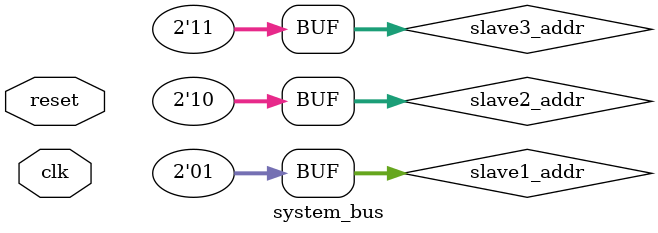
<source format=v>
module system_bus(
	input clk,
	input reset
);

//Connection wires with arbiter
wire  [1:0]   GRANT;
wire  [1:0]   BUSREQ;
wire  [1:0]   UTIL;
wire  [5:0]   GMASTER;
wire  [5:0]   SPLIT;


//Connection wires of the BUS
wire      rdata_bus;
wire [1:0]response_bus;
wire      addr_bus;
wire      wdata_bus;

//Slave addresses
reg [1:0] slave1_addr = 2'b01;
reg [1:0] slave2_addr = 2'b10;
reg [1:0] slave3_addr = 2'b11;

//arbter instantiation
arbiter a(
    .clk                           (clk),
    .reset                         (reset),
    .req_from_master               (BUSREQ),
    .bus_utilization               (UTIL),
    .grant_to_master               (GRANT),
    .notify_granted_master_to_slave(GMASTER),
    .split_req_from_slave          (SPLIT)
);

//master1 instantiation
master1 m1(
    .clk              (clk),
    .reset            (reset),
    .from_arb_grant   (GRANT[1]),
    .to_arb_req_bus   (BUSREQ[1]),
    .to_arb_bus_util  (UTIL[1]),
    .to_addr_bus      (addr_bus),
    .to_wdata_bus     (wdata_bus),
    .from_rdata_bus   (rdata_bus),
    .from_response_bus(response_bus)
);

//master2 instantiation
master2 m2(
    .clk              (clk),
    .reset            (reset),
    .from_arb_grant   (GRANT[0]),
    .to_arb_req_bus   (BUSREQ[0]),
    .to_arb_bus_util  (UTIL[0]),
    .to_addr_bus      (addr_bus),
    .to_wdata_bus     (wdata_bus),
    .from_rdata_bus   (rdata_bus),
    .from_response_bus(response_bus)
);

//slave1 instantiation
slave_top s1(
    .clock50       (clk),
    .reset         (reset),
    .address_bus   (addr_bus),
    .w_data_bus    (wdata_bus),
    .r_data_bus    (rdata_bus),
    .response_bus  (response_bus),
    .split_request (SPLIT[5:4]),
    .granted_master(GMASTER[5:4]),
    .slave_address (slave1_addr)
);

//slave2 instantiation
slave_top s2(
    .clock50       (clk),
    .reset         (reset),
    .address_bus   (addr_bus),
    .w_data_bus    (wdata_bus),
    .r_data_bus    (rdata_bus),
    .response_bus  (response_bus),
    .split_request (SPLIT[3:2]),
    .granted_master(GMASTER[3:2]),
    .slave_address (slave2_addr)
);

//slave3 instantiation
slave_top s3(
    .clock50       (clk),
    .reset         (reset),
    .address_bus   (addr_bus),
    .w_data_bus    (wdata_bus),
    .r_data_bus    (rdata_bus),
    .response_bus  (response_bus),
    .split_request (SPLIT[1:0]),
    .granted_master(GMASTER[1:0]),
    .slave_address (slave3_addr)
);

endmodule
</source>
